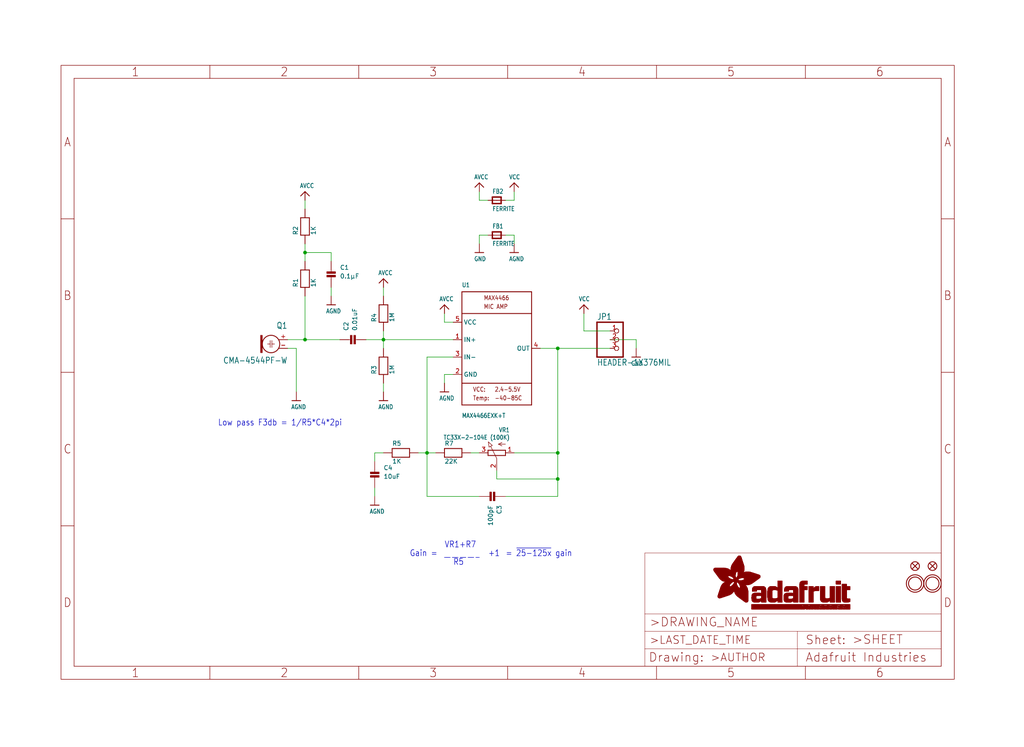
<source format=kicad_sch>
(kicad_sch (version 20211123) (generator eeschema)
  (paper "User" 298.45 217.881)
  (lib_symbols
    (symbol "schematicEagle-eagle-import:AGND" (power)
      (property "Value" "AGND" (at -1.524 -2.54 0))
      (symbol "AGND_1_0"
        (pin power_in line (at 0 2.54 270) (length 2.54) (name "AGND") (number "1"))
      )
    )
    (symbol "schematicEagle-eagle-import:AVCC" (power)
      (property "Value" "AVCC" (at -1.524 1.016 0))
      (symbol "AVCC_1_0"
        (pin power_in line (at 0 -2.54 90) (length 2.54) (name "AVCC") (number "1"))
      )
    )
    (symbol "schematicEagle-eagle-import:CAP_CERAMIC0805"
      (property "Reference" "C" (at 2.54 2.54 0))
      (property "Value" "CAP_CERAMIC0805" (at 2.54 0 0))
      (symbol "CAP_CERAMIC0805_1_0"
        (pin passive line (at 0 5.08 270) (length 2.54) (name "P$1") (number "1"))
        (pin passive line (at 0 -2.54 90) (length 2.54) (name "P$2") (number "2"))
      )
    )
    (symbol "schematicEagle-eagle-import:ELECTRET"
      (property "Reference" "Q" (at -2.54 -7.62 0))
      (property "Value" "ELECTRET" (at -2.54 2.54 0))
      (symbol "ELECTRET_1_0"
        (pin passive line (at -2.54 -2.54 0) (length 2.54) (name "2") (number "+"))
        (pin passive line (at -2.54 0 0) (length 2.54) (name "1") (number "-"))
      )
    )
    (symbol "schematicEagle-eagle-import:FERRITE0805"
      (property "Reference" "FB" (at -1.27 1.905 0))
      (property "Value" "FERRITE0805" (at -1.27 -3.175 0))
      (symbol "FERRITE0805_1_0"
        (pin passive line (at -2.54 0 0) (length 2.54) (name "P$1") (number "1"))
        (pin passive line (at 2.54 0 180) (length 2.54) (name "P$2") (number "2"))
      )
    )
    (symbol "schematicEagle-eagle-import:FIDUCIAL{dblquote}{dblquote}")
    (symbol "schematicEagle-eagle-import:FRAME_A4_ADAFRUIT"
      (symbol "FRAME_A4_ADAFRUIT_0_0"
        (text "1" (at 21.6958 1.905 0) (effects (font (size 2.54 2.286))))
        (text "1" (at 21.6958 177.165 0) (effects (font (size 2.54 2.286))))
        (text "2" (at 65.0875 1.905 0) (effects (font (size 2.54 2.286))))
        (text "2" (at 65.0875 177.165 0) (effects (font (size 2.54 2.286))))
        (text "3" (at 108.4792 1.905 0) (effects (font (size 2.54 2.286))))
        (text "3" (at 108.4792 177.165 0) (effects (font (size 2.54 2.286))))
        (text "4" (at 151.8708 1.905 0) (effects (font (size 2.54 2.286))))
        (text "4" (at 151.8708 177.165 0) (effects (font (size 2.54 2.286))))
        (text "5" (at 195.2625 1.905 0) (effects (font (size 2.54 2.286))))
        (text "5" (at 195.2625 177.165 0) (effects (font (size 2.54 2.286))))
        (text "6" (at 238.6542 1.905 0) (effects (font (size 2.54 2.286))))
        (text "6" (at 238.6542 177.165 0) (effects (font (size 2.54 2.286))))
        (text "A" (at 1.905 156.6863 0) (effects (font (size 2.54 2.286))))
        (text "A" (at 258.445 156.6863 0) (effects (font (size 2.54 2.286))))
        (text "B" (at 1.905 111.9188 0) (effects (font (size 2.54 2.286))))
        (text "B" (at 258.445 111.9188 0) (effects (font (size 2.54 2.286))))
        (text "C" (at 1.905 67.1513 0) (effects (font (size 2.54 2.286))))
        (text "C" (at 258.445 67.1513 0) (effects (font (size 2.54 2.286))))
        (text "D" (at 1.905 22.3838 0) (effects (font (size 2.54 2.286))))
        (text "D" (at 258.445 22.3838 0) (effects (font (size 2.54 2.286))))
      )
      (symbol "FRAME_A4_ADAFRUIT_1_0"
        (text ">AUTHOR" (at 189.23 5.08 0) (effects (font (size 2.286 2.286)) (justify left bottom)))
        (text ">DRAWING_NAME" (at 171.45 15.24 0) (effects (font (size 2.54 2.54)) (justify left bottom)))
        (text ">LAST_DATE_TIME" (at 171.45 10.16 0) (effects (font (size 2.286 2.286)) (justify left bottom)))
        (text ">SHEET" (at 230.505 10.16 0) (effects (font (size 2.54 2.54)) (justify left bottom)))
        (text "Adafruit Industries" (at 216.916 4.953 0) (effects (font (size 2.54 2.54)) (justify left bottom)))
        (text "Drawing:" (at 171.196 4.953 0) (effects (font (size 2.54 2.54)) (justify left bottom)))
        (text "Sheet:" (at 216.916 10.033 0) (effects (font (size 2.54 2.54)) (justify left bottom)))
      )
    )
    (symbol "schematicEagle-eagle-import:GND" (power)
      (property "Value" "GND" (at -1.524 -2.54 0))
      (symbol "GND_1_0"
        (pin power_in line (at 0 2.54 270) (length 2.54) (name "GND") (number "1"))
      )
    )
    (symbol "schematicEagle-eagle-import:HEADER-1X376MIL"
      (property "Reference" "JP" (at -6.35 5.715 0))
      (property "Value" "HEADER-1X376MIL" (at -6.35 -7.62 0))
      (symbol "HEADER-1X376MIL_1_0"
        (pin passive inverted (at -2.54 2.54 0) (length 2.54) (name "1") (number "1"))
        (pin passive inverted (at -2.54 0 0) (length 2.54) (name "2") (number "2"))
        (pin passive inverted (at -2.54 -2.54 0) (length 2.54) (name "3") (number "3"))
      )
    )
    (symbol "schematicEagle-eagle-import:MAX4466{dblquote}{dblquote}"
      (property "Reference" "U" (at -10.16 17.78 0))
      (property "Value" "MAX4466{dblquote}{dblquote}" (at -10.16 -20.32 0))
      (symbol "MAX4466{dblquote}{dblquote}_1_0"
        (text "-40-85C" (at -0.635 -15.24 0) (effects (font (size 1.27 1.0795)) (justify left bottom)))
        (text "2.4-5.5V" (at -0.635 -12.7 0) (effects (font (size 1.27 1.0795)) (justify left bottom)))
        (text "MAX4466" (at -3.81 13.97 0) (effects (font (size 1.27 1.0795)) (justify left bottom)))
        (text "MIC AMP" (at -3.81 11.43 0) (effects (font (size 1.27 1.0795)) (justify left bottom)))
        (text "Temp:" (at -6.985 -15.24 0) (effects (font (size 1.27 1.0795)) (justify left bottom)))
        (text "VCC:" (at -6.985 -12.7 0) (effects (font (size 1.27 1.0795)) (justify left bottom)))
        (pin bidirectional line (at -12.7 2.54 0) (length 2.54) (name "IN+") (number "1"))
        (pin bidirectional line (at -12.7 -7.62 0) (length 2.54) (name "GND") (number "2"))
        (pin bidirectional line (at -12.7 -2.54 0) (length 2.54) (name "IN-") (number "3"))
        (pin bidirectional line (at 12.7 0 180) (length 2.54) (name "OUT") (number "4"))
        (pin bidirectional line (at -12.7 7.62 0) (length 2.54) (name "VCC") (number "5"))
      )
    )
    (symbol "schematicEagle-eagle-import:MOUNTINGHOLE2.5")
    (symbol "schematicEagle-eagle-import:RESISTOR0805"
      (property "Reference" "R" (at -2.54 2.032 0))
      (property "Value" "RESISTOR0805" (at -2.54 -3.175 0))
      (symbol "RESISTOR0805_1_0"
        (pin passive line (at -5.08 0 0) (length 2.54) (name "1") (number "1"))
        (pin passive line (at 5.08 0 180) (length 2.54) (name "2") (number "2"))
      )
    )
    (symbol "schematicEagle-eagle-import:TRIMPOTTC33X-2"
      (property "Reference" "VR" (at -5.969 -3.81 90))
      (property "Value" "TRIMPOTTC33X-2" (at -3.81 -3.81 90))
      (symbol "TRIMPOTTC33X-2_1_0"
        (pin passive line (at 0 -5.08 90) (length 2.54) (name "A") (number "1"))
        (pin passive line (at 5.08 0 180) (length 2.54) (name "S") (number "2"))
        (pin passive line (at 0 5.08 270) (length 2.54) (name "E") (number "3"))
      )
    )
    (symbol "schematicEagle-eagle-import:VCC" (power)
      (property "Value" "VCC" (at -1.524 1.016 0))
      (symbol "VCC_1_0"
        (pin power_in line (at 0 -2.54 90) (length 2.54) (name "VCC") (number "1"))
      )
    )
  )
  (junction (at 88.9 99.06))
  (junction (at 88.9 73.66))
  (junction (at 124.46 132.08))
  (junction (at 111.76 99.06))
  (junction (at 162.56 132.08))
  (junction (at 162.56 139.7))
  (junction (at 162.56 101.6))
  (wire (pts (xy 177.8 99.06) (xy 185.42 99.06)))
  (wire (pts (xy 132.08 109.22) (xy 129.54 109.22)))
  (polyline (pts (xy 129.54 162.56) (xy 139.7 162.56)))
  (wire (pts (xy 162.56 101.6) (xy 157.48 101.6)))
  (wire (pts (xy 86.36 101.6) (xy 86.36 114.3)))
  (wire (pts (xy 144.78 139.7) (xy 162.56 139.7)))
  (wire (pts (xy 144.78 137.16) (xy 144.78 139.7)))
  (wire (pts (xy 88.9 60.96) (xy 88.9 58.42)))
  (wire (pts (xy 124.46 104.14) (xy 124.46 132.08)))
  (wire (pts (xy 137.16 132.08) (xy 139.7 132.08)))
  (wire (pts (xy 111.76 132.08) (xy 109.22 132.08)))
  (wire (pts (xy 111.76 99.06) (xy 111.76 101.6)))
  (wire (pts (xy 177.8 96.52) (xy 170.18 96.52)))
  (wire (pts (xy 132.08 93.98) (xy 129.54 93.98)))
  (wire (pts (xy 129.54 93.98) (xy 129.54 91.44)))
  (wire (pts (xy 111.76 83.82) (xy 111.76 86.36)))
  (wire (pts (xy 129.54 109.22) (xy 129.54 111.76)))
  (wire (pts (xy 132.08 104.14) (xy 124.46 104.14)))
  (wire (pts (xy 162.56 139.7) (xy 162.56 132.08)))
  (wire (pts (xy 147.32 144.78) (xy 162.56 144.78)))
  (wire (pts (xy 124.46 132.08) (xy 127 132.08)))
  (wire (pts (xy 139.7 71.12) (xy 139.7 68.58)))
  (wire (pts (xy 149.86 58.42) (xy 147.32 58.42)))
  (wire (pts (xy 149.86 55.88) (xy 149.86 58.42)))
  (wire (pts (xy 88.9 99.06) (xy 83.82 99.06)))
  (wire (pts (xy 162.56 101.6) (xy 177.8 101.6)))
  (wire (pts (xy 162.56 132.08) (xy 162.56 101.6)))
  (wire (pts (xy 109.22 132.08) (xy 109.22 134.62)))
  (wire (pts (xy 124.46 132.08) (xy 124.46 144.78)))
  (wire (pts (xy 170.18 96.52) (xy 170.18 91.44)))
  (wire (pts (xy 88.9 86.36) (xy 88.9 99.06)))
  (wire (pts (xy 88.9 73.66) (xy 96.52 73.66)))
  (wire (pts (xy 88.9 71.12) (xy 88.9 73.66)))
  (wire (pts (xy 185.42 99.06) (xy 185.42 101.6)))
  (wire (pts (xy 147.32 68.58) (xy 149.86 68.58)))
  (wire (pts (xy 83.82 101.6) (xy 86.36 101.6)))
  (wire (pts (xy 111.76 111.76) (xy 111.76 114.3)))
  (wire (pts (xy 124.46 144.78) (xy 139.7 144.78)))
  (wire (pts (xy 139.7 55.88) (xy 139.7 58.42)))
  (wire (pts (xy 109.22 142.24) (xy 109.22 144.78)))
  (wire (pts (xy 88.9 73.66) (xy 88.9 76.2)))
  (wire (pts (xy 149.86 68.58) (xy 149.86 71.12)))
  (wire (pts (xy 139.7 58.42) (xy 142.24 58.42)))
  (wire (pts (xy 111.76 96.52) (xy 111.76 99.06)))
  (wire (pts (xy 96.52 73.66) (xy 96.52 76.2)))
  (wire (pts (xy 99.06 99.06) (xy 88.9 99.06)))
  (wire (pts (xy 139.7 68.58) (xy 142.24 68.58)))
  (wire (pts (xy 149.86 132.08) (xy 162.56 132.08)))
  (wire (pts (xy 132.08 99.06) (xy 111.76 99.06)))
  (wire (pts (xy 162.56 144.78) (xy 162.56 139.7)))
  (wire (pts (xy 121.92 132.08) (xy 124.46 132.08)))
  (wire (pts (xy 96.52 83.82) (xy 96.52 86.36)))
  (wire (pts (xy 111.76 99.06) (xy 106.68 99.06)))
  (text "R5" (at 132.08 165.1 180) (effects (font (size 1.778 1.5113)) (justify left bottom)))
  (text "= ~{25-125x} gain" (at 147.32 162.56 180) (effects (font (size 1.778 1.5113)) (justify left bottom)))
  (text "+1" (at 142.24 162.56 180) (effects (font (size 1.778 1.5113)) (justify left bottom)))
  (text "Gain =" (at 119.38 162.56 180) (effects (font (size 1.778 1.5113)) (justify left bottom)))
  (text "Low pass F3db = 1/R5*C4*2pi" (at 63.5 124.46 180) (effects (font (size 1.778 1.5113)) (justify left bottom)))
  (text "VR1+R7" (at 129.54 160.02 180) (effects (font (size 1.778 1.5113)) (justify left bottom)))
  (symbol (lib_id "schematicEagle-eagle-import:CAP_CERAMIC0805") (at 104.14 99.06 90) (unit 1)
    (property "Reference" "C2" (at 101.6 96.52 0) (effects (justify left bottom)))
    (property "Value" "0.01uF" (at 104.14 96.52 0) (effects (justify left bottom)))
    (property "Footprint" "schematicEagle:0805" (effects hide))
  )
  (symbol (lib_id "schematicEagle-eagle-import:GND") (at 139.7 73.66 0) (unit 1)
    (property "Reference" "#U$7" (effects hide))
    (property "Value" "GND" (at 138.176 76.2 0) (effects (font (size 1.27 1.0795)) (justify left bottom)))
    (property "Footprint" "schematicEagle:" (effects hide))
  )
  (symbol (lib_id "schematicEagle-eagle-import:AVCC") (at 129.54 88.9 0) (unit 1)
    (property "Reference" "#U$3" (effects hide))
    (property "Value" "AVCC" (at 128.016 87.884 0) (effects (font (size 1.27 1.0795)) (justify left bottom)))
    (property "Footprint" "schematicEagle:" (effects hide))
  )
  (symbol (lib_id "schematicEagle-eagle-import:MOUNTINGHOLE2.5") (at 271.78 170.18 0) (unit 1)
    (property "Reference" "U$11" (effects hide))
    (property "Value" "MOUNTINGHOLE2.5" (effects hide))
    (property "Footprint" "schematicEagle:MOUNTINGHOLE_2.5_PLATED" (effects hide))
  )
  (symbol (lib_id "schematicEagle-eagle-import:FERRITE0805") (at 144.78 58.42 0) (unit 1)
    (property "Reference" "FB2" (at 143.51 56.515 0) (effects (font (size 1.27 1.0795)) (justify left bottom)))
    (property "Value" "FERRITE" (at 143.51 61.595 0) (effects (font (size 1.27 1.0795)) (justify left bottom)))
    (property "Footprint" "schematicEagle:0805" (effects hide))
  )
  (symbol (lib_id "schematicEagle-eagle-import:TRIMPOTTC33X-2") (at 144.78 132.08 90) (mirror x) (unit 1)
    (property "Reference" "VR1" (at 148.59 126.111 90) (effects (font (size 1.27 1.0795)) (justify left bottom)))
    (property "Value" "TC33X-2-104E (100K)" (at 148.59 128.27 90) (effects (font (size 1.27 1.0795)) (justify left bottom)))
    (property "Footprint" "schematicEagle:TRIMPOT_BOURNS_TC33X-2" (effects hide))
  )
  (symbol (lib_id "schematicEagle-eagle-import:MOUNTINGHOLE2.5") (at 266.7 170.18 0) (unit 1)
    (property "Reference" "U$14" (effects hide))
    (property "Value" "MOUNTINGHOLE2.5" (effects hide))
    (property "Footprint" "schematicEagle:MOUNTINGHOLE_2.5_PLATED" (effects hide))
  )
  (symbol (lib_id "schematicEagle-eagle-import:AGND") (at 109.22 147.32 0) (unit 1)
    (property "Reference" "#U$5" (effects hide))
    (property "Value" "AGND" (at 107.696 149.86 0) (effects (font (size 1.27 1.0795)) (justify left bottom)))
    (property "Footprint" "schematicEagle:" (effects hide))
  )
  (symbol (lib_id "schematicEagle-eagle-import:AGND") (at 96.52 88.9 0) (unit 1)
    (property "Reference" "#U$10" (effects hide))
    (property "Value" "AGND" (at 94.996 91.44 0) (effects (font (size 1.27 1.0795)) (justify left bottom)))
    (property "Footprint" "schematicEagle:" (effects hide))
  )
  (symbol (lib_id "schematicEagle-eagle-import:GND") (at 185.42 104.14 0) (unit 1)
    (property "Reference" "#U$15" (effects hide))
    (property "Value" "GND" (at 183.896 106.68 0) (effects (font (size 1.27 1.0795)) (justify left bottom)))
    (property "Footprint" "schematicEagle:" (effects hide))
  )
  (symbol (lib_id "schematicEagle-eagle-import:AGND") (at 86.36 116.84 0) (unit 1)
    (property "Reference" "#U$12" (effects hide))
    (property "Value" "AGND" (at 84.836 119.38 0) (effects (font (size 1.27 1.0795)) (justify left bottom)))
    (property "Footprint" "schematicEagle:" (effects hide))
  )
  (symbol (lib_id "schematicEagle-eagle-import:RESISTOR0805") (at 132.08 132.08 0) (unit 1)
    (property "Reference" "R7" (at 129.54 130.048 0) (effects (justify left bottom)))
    (property "Value" "22K" (at 129.54 135.255 0) (effects (justify left bottom)))
    (property "Footprint" "schematicEagle:0805" (effects hide))
  )
  (symbol (lib_id "schematicEagle-eagle-import:RESISTOR0805") (at 88.9 81.28 90) (unit 1)
    (property "Reference" "R1" (at 86.868 83.82 0) (effects (justify left bottom)))
    (property "Value" "1K" (at 92.075 83.82 0) (effects (justify left bottom)))
    (property "Footprint" "schematicEagle:0805" (effects hide))
  )
  (symbol (lib_id "schematicEagle-eagle-import:RESISTOR0805") (at 111.76 106.68 90) (unit 1)
    (property "Reference" "R3" (at 109.728 109.22 0) (effects (justify left bottom)))
    (property "Value" "1M" (at 114.935 109.22 0) (effects (justify left bottom)))
    (property "Footprint" "schematicEagle:0805" (effects hide))
  )
  (symbol (lib_id "schematicEagle-eagle-import:RESISTOR0805") (at 88.9 66.04 90) (unit 1)
    (property "Reference" "R2" (at 86.868 68.58 0) (effects (justify left bottom)))
    (property "Value" "1K" (at 92.075 68.58 0) (effects (justify left bottom)))
    (property "Footprint" "schematicEagle:0805" (effects hide))
  )
  (symbol (lib_id "schematicEagle-eagle-import:AVCC") (at 139.7 53.34 0) (unit 1)
    (property "Reference" "#U$6" (effects hide))
    (property "Value" "AVCC" (at 138.176 52.324 0) (effects (font (size 1.27 1.0795)) (justify left bottom)))
    (property "Footprint" "schematicEagle:" (effects hide))
  )
  (symbol (lib_id "schematicEagle-eagle-import:FIDUCIAL{dblquote}{dblquote}") (at 271.78 165.1 0) (unit 1)
    (property "Reference" "FID1" (effects hide))
    (property "Value" "FIDUCIAL{dblquote}{dblquote}" (effects hide))
    (property "Footprint" "schematicEagle:FIDUCIAL_1MM" (effects hide))
  )
  (symbol (lib_id "schematicEagle-eagle-import:AGND") (at 111.76 116.84 0) (unit 1)
    (property "Reference" "#U$9" (effects hide))
    (property "Value" "AGND" (at 110.236 119.38 0) (effects (font (size 1.27 1.0795)) (justify left bottom)))
    (property "Footprint" "schematicEagle:" (effects hide))
  )
  (symbol (lib_id "schematicEagle-eagle-import:RESISTOR0805") (at 111.76 91.44 90) (unit 1)
    (property "Reference" "R4" (at 109.728 93.98 0) (effects (justify left bottom)))
    (property "Value" "1M" (at 114.935 93.98 0) (effects (justify left bottom)))
    (property "Footprint" "schematicEagle:0805" (effects hide))
  )
  (symbol (lib_id "schematicEagle-eagle-import:VCC") (at 170.18 88.9 0) (unit 1)
    (property "Reference" "#P+1" (effects hide))
    (property "Value" "VCC" (at 168.656 87.884 0) (effects (font (size 1.27 1.0795)) (justify left bottom)))
    (property "Footprint" "schematicEagle:" (effects hide))
  )
  (symbol (lib_id "schematicEagle-eagle-import:FERRITE0805") (at 144.78 68.58 0) (unit 1)
    (property "Reference" "FB1" (at 143.51 66.675 0) (effects (font (size 1.27 1.0795)) (justify left bottom)))
    (property "Value" "FERRITE" (at 143.51 71.755 0) (effects (font (size 1.27 1.0795)) (justify left bottom)))
    (property "Footprint" "schematicEagle:0805" (effects hide))
  )
  (symbol (lib_id "schematicEagle-eagle-import:HEADER-1X376MIL") (at 180.34 99.06 0) (unit 1)
    (property "Reference" "JP1" (at 173.99 93.345 0) (effects (font (size 1.778 1.5113)) (justify left bottom)))
    (property "Value" "HEADER-1X376MIL" (at 173.99 106.68 0) (effects (font (size 1.778 1.5113)) (justify left bottom)))
    (property "Footprint" "schematicEagle:1X03_ROUND_76" (effects hide))
  )
  (symbol (lib_id "schematicEagle-eagle-import:FIDUCIAL{dblquote}{dblquote}") (at 266.7 165.1 0) (unit 1)
    (property "Reference" "FID2" (effects hide))
    (property "Value" "FIDUCIAL{dblquote}{dblquote}" (effects hide))
    (property "Footprint" "schematicEagle:FIDUCIAL_1MM" (effects hide))
  )
  (symbol (lib_id "schematicEagle-eagle-import:AGND") (at 129.54 114.3 0) (unit 1)
    (property "Reference" "#U$8" (effects hide))
    (property "Value" "AGND" (at 128.016 116.84 0) (effects (font (size 1.27 1.0795)) (justify left bottom)))
    (property "Footprint" "schematicEagle:" (effects hide))
  )
  (symbol (lib_id "schematicEagle-eagle-import:CAP_CERAMIC0805") (at 142.24 144.78 270) (unit 1)
    (property "Reference" "C3" (at 144.78 147.32 0) (effects (justify left bottom)))
    (property "Value" "100pF" (at 142.24 147.32 0) (effects (justify left bottom)))
    (property "Footprint" "schematicEagle:0805" (effects hide))
  )
  (symbol (lib_id "schematicEagle-eagle-import:VCC") (at 149.86 53.34 0) (unit 1)
    (property "Reference" "#P+4" (effects hide))
    (property "Value" "VCC" (at 148.336 52.324 0) (effects (font (size 1.27 1.0795)) (justify left bottom)))
    (property "Footprint" "schematicEagle:" (effects hide))
  )
  (symbol (lib_id "schematicEagle-eagle-import:FRAME_A4_ADAFRUIT") (at 17.78 198.12 0) (unit 1)
    (property "Reference" "#U$1" (effects hide))
    (property "Value" "FRAME_A4_ADAFRUIT" (effects hide))
    (property "Footprint" "schematicEagle:" (effects hide))
  )
  (symbol (lib_id "schematicEagle-eagle-import:ELECTRET") (at 81.28 101.6 180) (unit 1)
    (property "Reference" "Q1" (at 83.82 93.98 0) (effects (font (size 1.778 1.5113)) (justify left bottom)))
    (property "Value" "CMA-4544PF-W" (at 83.82 104.14 0) (effects (font (size 1.778 1.5113)) (justify left bottom)))
    (property "Footprint" "schematicEagle:ELECTRET_9.7" (effects hide))
  )
  (symbol (lib_id "schematicEagle-eagle-import:RESISTOR0805") (at 116.84 132.08 0) (unit 1)
    (property "Reference" "R5" (at 114.3 130.048 0) (effects (justify left bottom)))
    (property "Value" "1K" (at 114.3 135.255 0) (effects (justify left bottom)))
    (property "Footprint" "schematicEagle:0805" (effects hide))
  )
  (symbol (lib_id "schematicEagle-eagle-import:AVCC") (at 111.76 81.28 0) (unit 1)
    (property "Reference" "#U$13" (effects hide))
    (property "Value" "AVCC" (at 110.236 80.264 0) (effects (font (size 1.27 1.0795)) (justify left bottom)))
    (property "Footprint" "schematicEagle:" (effects hide))
  )
  (symbol (lib_id "schematicEagle-eagle-import:CAP_CERAMIC0805") (at 96.52 81.28 0) (unit 1)
    (property "Reference" "C1" (at 99.06 78.74 0) (effects (justify left bottom)))
    (property "Value" "0.1µF" (at 99.06 81.28 0) (effects (justify left bottom)))
    (property "Footprint" "schematicEagle:0805" (effects hide))
  )
  (symbol (lib_id "schematicEagle-eagle-import:CAP_CERAMIC0805") (at 109.22 139.7 0) (unit 1)
    (property "Reference" "C4" (at 111.76 137.16 0) (effects (justify left bottom)))
    (property "Value" "10uF" (at 111.76 139.7 0) (effects (justify left bottom)))
    (property "Footprint" "schematicEagle:0805" (effects hide))
  )
  (symbol (lib_id "schematicEagle-eagle-import:MAX4466{dblquote}{dblquote}") (at 144.78 101.6 0) (unit 1)
    (property "Reference" "U1" (at 134.62 83.82 0) (effects (font (size 1.27 1.0795)) (justify left bottom)))
    (property "Value" "MAX4466EXK+T" (at 134.62 121.92 0) (effects (font (size 1.27 1.0795)) (justify left bottom)))
    (property "Footprint" "schematicEagle:SC70-5" (effects hide))
  )
  (symbol (lib_id "schematicEagle-eagle-import:AGND") (at 149.86 73.66 0) (unit 1)
    (property "Reference" "#U$2" (effects hide))
    (property "Value" "AGND" (at 148.336 76.2 0) (effects (font (size 1.27 1.0795)) (justify left bottom)))
    (property "Footprint" "schematicEagle:" (effects hide))
  )
  (symbol (lib_id "schematicEagle-eagle-import:AVCC") (at 88.9 55.88 0) (unit 1)
    (property "Reference" "#U$4" (effects hide))
    (property "Value" "AVCC" (at 87.376 54.864 0) (effects (font (size 1.27 1.0795)) (justify left bottom)))
    (property "Footprint" "schematicEagle:" (effects hide))
  )
)
</source>
